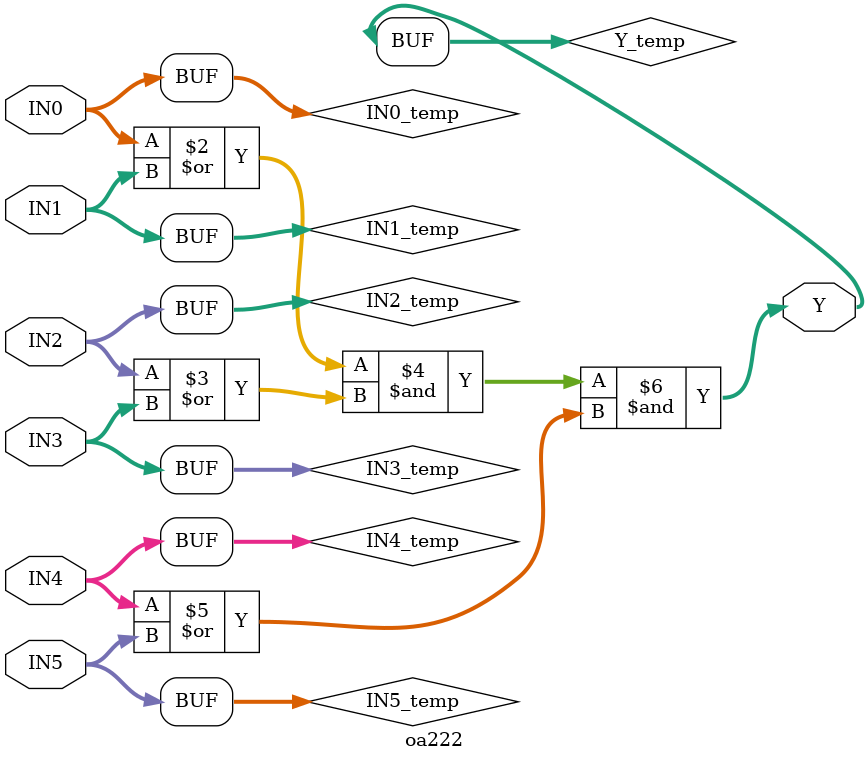
<source format=v>
module oa222(IN0,IN1,IN2,IN3,IN4,IN5,Y);
  parameter N = 8;
  parameter DPFLAG = 0;
  parameter GROUP = "std";
  parameter
        d_IN0 = 0,
        d_IN1 = 0,
        d_IN2 = 0,
        d_IN3 = 0,
        d_IN4 = 0,
        d_IN5 = 0,
        d_Y = 1;
  input [(N - 1):0] IN0;
  input [(N - 1):0] IN1;
  input [(N - 1):0] IN2;
  input [(N - 1):0] IN3;
  input [(N - 1):0] IN4;
  input [(N - 1):0] IN5;
  output [(N - 1):0] Y;
  wire [(N - 1):0] IN0_temp;
  wire [(N - 1):0] IN1_temp;
  wire [(N - 1):0] IN2_temp;
  wire [(N - 1):0] IN3_temp;
  wire [(N - 1):0] IN4_temp;
  wire [(N - 1):0] IN5_temp;
  reg [(N - 1):0] Y_temp;
  assign #(d_IN0) IN0_temp = IN0;
  assign #(d_IN1) IN1_temp = IN1;
  assign #(d_IN2) IN2_temp = IN2;
  assign #(d_IN3) IN3_temp = IN3;
  assign #(d_IN4) IN4_temp = IN4;
  assign #(d_IN5) IN5_temp = IN5;
  assign #(d_Y) Y = Y_temp;
  initial
    begin
    if((DPFLAG == 1))
      $display("(WARNING) The instance %m of type oa222 can't be implemented as a data-path cell");
    end
  always
    @(IN0_temp or IN1_temp or IN2_temp or IN3_temp or IN4_temp or IN5_temp)
      begin
      Y_temp = (((IN0_temp | IN1_temp) & (IN2_temp | IN3_temp)) & (IN4_temp | IN5_temp));
      end
endmodule

</source>
